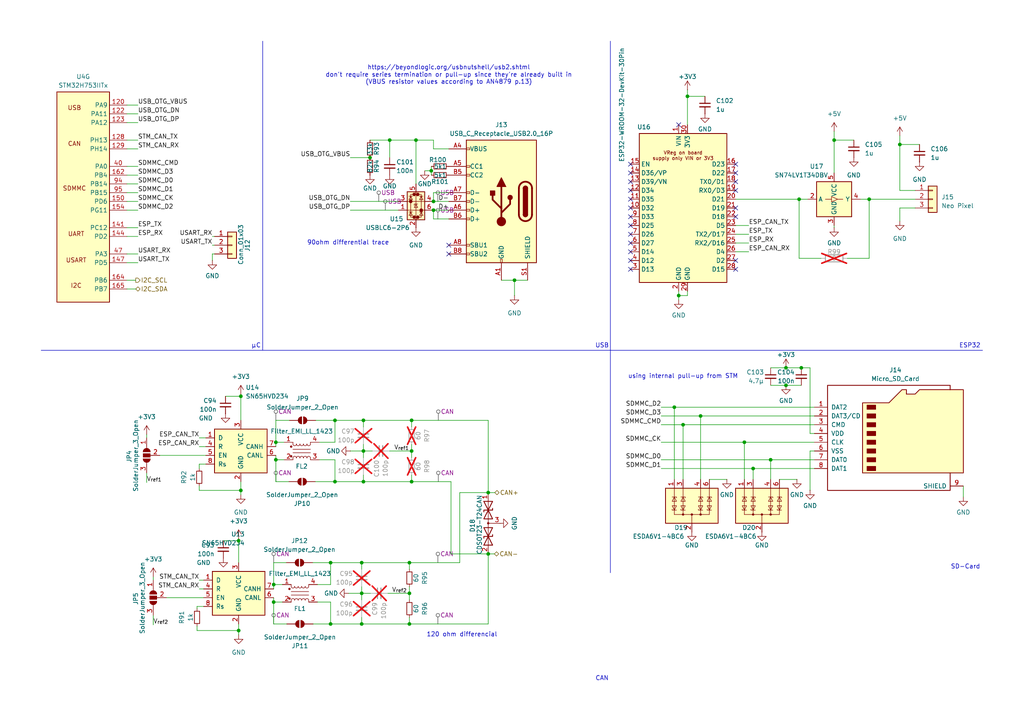
<source format=kicad_sch>
(kicad_sch
	(version 20250114)
	(generator "eeschema")
	(generator_version "9.0")
	(uuid "c61dd313-04ad-474f-9718-66b9bce07315")
	(paper "A4")
	
	(text "USB"
		(exclude_from_sim no)
		(at 174.625 100.33 0)
		(effects
			(font
				(size 1.27 1.27)
			)
		)
		(uuid "030ac795-edf5-444d-9323-762df8451be4")
	)
	(text "SD-Card"
		(exclude_from_sim no)
		(at 280.035 164.465 0)
		(effects
			(font
				(size 1.27 1.27)
			)
		)
		(uuid "05828fab-2d04-4397-b843-7a8ebdd025b6")
	)
	(text "don't require series termination or pull-up since they're already built in\n(VBUS resistor values according to AN4879 p.13)"
		(exclude_from_sim no)
		(at 130.175 22.86 0)
		(effects
			(font
				(size 1.27 1.27)
			)
		)
		(uuid "1055d774-b6a1-419a-b048-36be66eef259")
	)
	(text "µC"
		(exclude_from_sim no)
		(at 74.295 100.33 0)
		(effects
			(font
				(size 1.27 1.27)
			)
		)
		(uuid "116a24cc-e1f0-4e0d-bea5-abd9a8f91599")
	)
	(text "https://beyondlogic.org/usbnutshell/usb2.shtml"
		(exclude_from_sim no)
		(at 130.175 19.685 0)
		(effects
			(font
				(size 1.27 1.27)
			)
			(href "https://beyondlogic.org/usbnutshell/usb2.shtml")
		)
		(uuid "17aebb66-f36f-4773-91b3-aa6e98e3a3df")
	)
	(text "ESP32"
		(exclude_from_sim no)
		(at 281.305 100.33 0)
		(effects
			(font
				(size 1.27 1.27)
			)
		)
		(uuid "2f1a1088-c0ce-4de9-ae6e-34c8798ff98b")
	)
	(text "120 ohm differencial"
		(exclude_from_sim no)
		(at 133.985 184.15 0)
		(effects
			(font
				(size 1.27 1.27)
			)
		)
		(uuid "4ab289f3-a2e5-4552-b3b5-e0e2b8f15fd6")
	)
	(text "90ohm differential trace"
		(exclude_from_sim no)
		(at 100.965 70.485 0)
		(effects
			(font
				(size 1.27 1.27)
			)
		)
		(uuid "8714c186-ad4c-49a9-9de9-2e37164692f8")
	)
	(text "using internal pull-up from STM"
		(exclude_from_sim no)
		(at 198.12 109.22 0)
		(effects
			(font
				(size 1.27 1.27)
			)
		)
		(uuid "a2052886-6177-4247-95db-c4b735b95dd6")
	)
	(text "CAN"
		(exclude_from_sim no)
		(at 174.625 196.85 0)
		(effects
			(font
				(size 1.27 1.27)
			)
		)
		(uuid "aaa6aba1-4600-4726-ab41-4812b09f5f58")
	)
	(junction
		(at 231.775 57.785)
		(diameter 0)
		(color 0 0 0 0)
		(uuid "05cfbb34-84b8-41f9-b2c6-e5b00514da1d")
	)
	(junction
		(at 215.9 128.27)
		(diameter 0)
		(color 0 0 0 0)
		(uuid "0bbc3a19-37df-42ad-91f0-8540a0395fb7")
	)
	(junction
		(at 95.885 180.975)
		(diameter 0)
		(color 0 0 0 0)
		(uuid "121662c6-f441-46b5-af9e-cb6d7e3aa922")
	)
	(junction
		(at 227.965 106.68)
		(diameter 0)
		(color 0 0 0 0)
		(uuid "18ab2d23-28e9-4932-9559-08cfc3b6ac2c")
	)
	(junction
		(at 97.155 121.92)
		(diameter 0)
		(color 0 0 0 0)
		(uuid "24226c0e-30dd-4789-9108-91698935fef0")
	)
	(junction
		(at 232.41 106.68)
		(diameter 0)
		(color 0 0 0 0)
		(uuid "24fd9673-2273-4cc7-b851-95d6418ffacd")
	)
	(junction
		(at 118.745 180.975)
		(diameter 0)
		(color 0 0 0 0)
		(uuid "28a47998-b579-477b-8bd7-5184e4777d5e")
	)
	(junction
		(at 119.38 130.81)
		(diameter 0)
		(color 0 0 0 0)
		(uuid "3162dd44-bd73-462d-a1ba-3ec68e82b83a")
	)
	(junction
		(at 252.095 57.785)
		(diameter 0)
		(color 0 0 0 0)
		(uuid "318c4647-7bc1-4283-9b65-f73983dbd071")
	)
	(junction
		(at 149.225 81.28)
		(diameter 0)
		(color 0 0 0 0)
		(uuid "3c1013bf-bfba-435b-96c5-025b99d0e79f")
	)
	(junction
		(at 69.85 142.24)
		(diameter 0)
		(color 0 0 0 0)
		(uuid "3d875b4c-a7a5-4903-ad64-3ecea35d872b")
	)
	(junction
		(at 69.85 114.935)
		(diameter 0)
		(color 0 0 0 0)
		(uuid "41b0bad5-7e8d-4b02-8ba8-4522831df7e6")
	)
	(junction
		(at 107.315 45.72)
		(diameter 0)
		(color 0 0 0 0)
		(uuid "46e9cd3f-c4dc-4e06-874a-970861c8e4d0")
	)
	(junction
		(at 195.58 118.11)
		(diameter 0)
		(color 0 0 0 0)
		(uuid "483c68f8-8db5-413f-96da-d4c2dccc7777")
	)
	(junction
		(at 97.155 139.7)
		(diameter 0)
		(color 0 0 0 0)
		(uuid "4de50884-2adc-407d-ac7a-12385e7f5920")
	)
	(junction
		(at 69.215 182.88)
		(diameter 0)
		(color 0 0 0 0)
		(uuid "4dfb8dde-4cef-4814-89d9-dc2c67abc0ea")
	)
	(junction
		(at 218.44 135.89)
		(diameter 0)
		(color 0 0 0 0)
		(uuid "50b25640-4ca4-435d-9ca2-96918ac454bf")
	)
	(junction
		(at 198.12 123.19)
		(diameter 0)
		(color 0 0 0 0)
		(uuid "52bd35f7-90f4-444f-80c2-b19c5579d427")
	)
	(junction
		(at 104.902 163.195)
		(diameter 0)
		(color 0 0 0 0)
		(uuid "53b32a67-343e-432d-9256-006aedde493b")
	)
	(junction
		(at 79.375 169.545)
		(diameter 0)
		(color 0 0 0 0)
		(uuid "69c14718-5f5a-48fe-9bea-24f4039ea99d")
	)
	(junction
		(at 119.38 139.7)
		(diameter 0)
		(color 0 0 0 0)
		(uuid "6c0e76a3-6aad-4fb4-a948-d5eac4447136")
	)
	(junction
		(at 105.41 121.92)
		(diameter 0)
		(color 0 0 0 0)
		(uuid "7481ae21-ea6c-45fa-90b7-25db4fcacac0")
	)
	(junction
		(at 125.73 60.96)
		(diameter 0)
		(color 0 0 0 0)
		(uuid "76eb61ee-a5dc-435a-8704-218432069d76")
	)
	(junction
		(at 141.605 142.875)
		(diameter 0)
		(color 0 0 0 0)
		(uuid "78419faa-8b8a-4799-a805-53fabf84b59f")
	)
	(junction
		(at 227.965 111.76)
		(diameter 0)
		(color 0 0 0 0)
		(uuid "7b77a6c7-da0a-42bd-826a-b38b72133772")
	)
	(junction
		(at 69.215 156.845)
		(diameter 0)
		(color 0 0 0 0)
		(uuid "7c2aa378-d994-4cbb-a7fd-662b6a6dbd3e")
	)
	(junction
		(at 223.52 133.35)
		(diameter 0)
		(color 0 0 0 0)
		(uuid "83a97a6e-f8be-41f0-8991-cb39de58c4f2")
	)
	(junction
		(at 199.39 27.94)
		(diameter 0)
		(color 0 0 0 0)
		(uuid "8a2ddf5a-e56d-4ddb-b3a7-3ce78fdb1ea7")
	)
	(junction
		(at 104.902 180.975)
		(diameter 0)
		(color 0 0 0 0)
		(uuid "8c902d7a-9a97-4247-a024-6511c85f57b0")
	)
	(junction
		(at 119.38 121.92)
		(diameter 0)
		(color 0 0 0 0)
		(uuid "9727df9d-30c2-4d31-a4a4-c18de4a38ffd")
	)
	(junction
		(at 141.605 160.655)
		(diameter 0)
		(color 0 0 0 0)
		(uuid "9b258187-c52a-4e59-8789-b7ac6ed5dc99")
	)
	(junction
		(at 104.902 172.085)
		(diameter 0)
		(color 0 0 0 0)
		(uuid "9cc87ece-ed33-40de-966c-51c2001dc894")
	)
	(junction
		(at 105.41 130.81)
		(diameter 0)
		(color 0 0 0 0)
		(uuid "9cdc856e-55bf-4f24-8496-a3f3c835efb4")
	)
	(junction
		(at 120.65 40.64)
		(diameter 0)
		(color 0 0 0 0)
		(uuid "9ea8c7a2-1503-4324-bc92-c95e051488ac")
	)
	(junction
		(at 203.2 120.65)
		(diameter 0)
		(color 0 0 0 0)
		(uuid "a030d523-f685-498c-a6ce-88394aca3cb6")
	)
	(junction
		(at 80.01 128.27)
		(diameter 0)
		(color 0 0 0 0)
		(uuid "a6aef037-d97d-4fb3-8781-e2a00a5d86dc")
	)
	(junction
		(at 80.01 133.35)
		(diameter 0)
		(color 0 0 0 0)
		(uuid "b219aab6-b4aa-43ff-9427-b9d5ae934431")
	)
	(junction
		(at 118.745 163.195)
		(diameter 0)
		(color 0 0 0 0)
		(uuid "b60abf17-3e74-47af-a488-26c720dd0b0f")
	)
	(junction
		(at 118.745 172.085)
		(diameter 0)
		(color 0 0 0 0)
		(uuid "b6c8fd7b-67f5-4777-9880-dd70ef3914a0")
	)
	(junction
		(at 95.885 163.195)
		(diameter 0)
		(color 0 0 0 0)
		(uuid "baaed1c5-810f-4264-aa33-4da455fc9620")
	)
	(junction
		(at 196.85 85.725)
		(diameter 0)
		(color 0 0 0 0)
		(uuid "cee00a16-43e6-4734-87be-e840da75aabc")
	)
	(junction
		(at 105.41 139.7)
		(diameter 0)
		(color 0 0 0 0)
		(uuid "cf065f4e-64c6-411f-9278-3cbeff3ad8fd")
	)
	(junction
		(at 125.095 49.53)
		(diameter 0)
		(color 0 0 0 0)
		(uuid "d302f7ee-d45d-43f0-9f1f-85368a116229")
	)
	(junction
		(at 79.375 174.625)
		(diameter 0)
		(color 0 0 0 0)
		(uuid "dd4bb7d2-64bd-48a6-9cdc-02ce9bc9b838")
	)
	(junction
		(at 260.985 41.91)
		(diameter 0)
		(color 0 0 0 0)
		(uuid "e4280f40-0a8b-46b8-8a3f-bdc2bbc7d561")
	)
	(junction
		(at 241.935 40.64)
		(diameter 0)
		(color 0 0 0 0)
		(uuid "e66e4697-c658-4daa-8505-29693d7c6fa8")
	)
	(junction
		(at 125.73 58.42)
		(diameter 0)
		(color 0 0 0 0)
		(uuid "e8da3965-6ebf-4303-bffa-5c0b2fe16f2a")
	)
	(junction
		(at 113.03 40.64)
		(diameter 0)
		(color 0 0 0 0)
		(uuid "eef95e3a-9baf-4512-9c0f-0fb5481cc6c4")
	)
	(no_connect
		(at 182.88 73.025)
		(uuid "0f78565a-9a79-4977-842d-db81c2f3a858")
	)
	(no_connect
		(at 182.88 55.245)
		(uuid "1635493b-c0b0-4b22-91c0-dd20f89d28d6")
	)
	(no_connect
		(at 182.88 57.785)
		(uuid "2cd37b9b-1e16-4721-baaf-0f02fff9ee15")
	)
	(no_connect
		(at 213.36 47.625)
		(uuid "2e298096-7ace-418c-89a7-3d43d6bed0db")
	)
	(no_connect
		(at 182.88 60.325)
		(uuid "3bc25636-dee2-443e-8ccb-a980f456ac63")
	)
	(no_connect
		(at 182.88 50.165)
		(uuid "43d8676e-50c6-4697-acd1-a078ec396d67")
	)
	(no_connect
		(at 182.88 65.405)
		(uuid "4a7c660c-ecc7-4617-8099-7833ce97674f")
	)
	(no_connect
		(at 182.88 47.625)
		(uuid "5a25121c-a1f8-402a-a503-9b4b6773db57")
	)
	(no_connect
		(at 196.85 36.195)
		(uuid "5c9306cf-381b-4d82-8a3a-52bc964f2a36")
	)
	(no_connect
		(at 213.36 52.705)
		(uuid "5c964bdf-2ed2-4eef-b541-8ce09ccb6359")
	)
	(no_connect
		(at 182.88 78.105)
		(uuid "5cab31a6-586b-4cbb-8e74-6785a73b7287")
	)
	(no_connect
		(at 213.36 75.565)
		(uuid "627c0ac6-463b-4d74-9056-912f48f57f8c")
	)
	(no_connect
		(at 182.88 67.945)
		(uuid "662f2eb1-7541-4b5a-9b3e-348e11036abd")
	)
	(no_connect
		(at 182.88 52.705)
		(uuid "73269fd7-c364-4aef-a8b5-a2eabdfa97a8")
	)
	(no_connect
		(at 213.36 60.325)
		(uuid "797e1eed-a489-45da-8c0f-184fc597169c")
	)
	(no_connect
		(at 182.88 75.565)
		(uuid "8365a6d4-6d29-461b-904c-0324ca06fc5a")
	)
	(no_connect
		(at 182.88 62.865)
		(uuid "8ac847d1-9069-40ae-a3f2-d3aed782fb55")
	)
	(no_connect
		(at 213.36 78.105)
		(uuid "8f56c4af-52dc-4612-9881-b40f131d9649")
	)
	(no_connect
		(at 213.36 50.165)
		(uuid "b938ea39-6292-4387-8cd7-875c20a9d49a")
	)
	(no_connect
		(at 130.175 71.12)
		(uuid "d7064c93-16c6-497d-859a-7b410a29e175")
	)
	(no_connect
		(at 213.36 55.245)
		(uuid "da2de24c-d775-46ec-8771-ff0ede014a17")
	)
	(no_connect
		(at 130.175 73.66)
		(uuid "e5cfba84-9aae-4335-81b2-f9420a56298e")
	)
	(no_connect
		(at 182.88 70.485)
		(uuid "e700e196-44ff-4ef8-a8e9-38a5e666b895")
	)
	(no_connect
		(at 213.36 62.865)
		(uuid "ffc9674a-9076-447f-ba67-71a5716efeb9")
	)
	(wire
		(pts
			(xy 198.12 123.19) (xy 198.12 139.065)
		)
		(stroke
			(width 0)
			(type default)
		)
		(uuid "0126e725-cd4a-43de-a635-49074d4eee16")
	)
	(wire
		(pts
			(xy 113.03 40.64) (xy 120.65 40.64)
		)
		(stroke
			(width 0)
			(type default)
		)
		(uuid "03b6b96d-d108-4c6b-b2b6-d370d0813a07")
	)
	(wire
		(pts
			(xy 40.005 53.34) (xy 36.83 53.34)
		)
		(stroke
			(width 0)
			(type default)
		)
		(uuid "069c83cc-66af-4239-a3f2-6fc7c9797843")
	)
	(wire
		(pts
			(xy 227.965 106.68) (xy 232.41 106.68)
		)
		(stroke
			(width 0)
			(type default)
		)
		(uuid "0720b77c-06ec-4ddc-af8a-933409149d5c")
	)
	(wire
		(pts
			(xy 252.095 57.785) (xy 252.095 74.93)
		)
		(stroke
			(width 0)
			(type default)
		)
		(uuid "07821e1a-6081-4b53-af8d-3407e5dfe479")
	)
	(wire
		(pts
			(xy 95.885 174.625) (xy 95.885 180.975)
		)
		(stroke
			(width 0)
			(type default)
		)
		(uuid "07b7ef48-98f5-4f9c-8c83-e93a23111e86")
	)
	(wire
		(pts
			(xy 217.17 65.405) (xy 213.36 65.405)
		)
		(stroke
			(width 0)
			(type default)
		)
		(uuid "08072ded-74bf-4b0b-806c-19444be54a5d")
	)
	(wire
		(pts
			(xy 101.6 58.42) (xy 115.57 58.42)
		)
		(stroke
			(width 0)
			(type default)
		)
		(uuid "082fce0a-328f-4c33-b82d-f736243226bd")
	)
	(wire
		(pts
			(xy 141.605 142.875) (xy 143.51 142.875)
		)
		(stroke
			(width 0)
			(type default)
		)
		(uuid "0976d74e-9b3d-41ca-b7c8-c4c7ca546316")
	)
	(wire
		(pts
			(xy 125.095 49.53) (xy 125.095 50.8)
		)
		(stroke
			(width 0)
			(type default)
		)
		(uuid "0ea0bb12-e71d-4036-85a4-6c19fe123590")
	)
	(wire
		(pts
			(xy 80.01 133.35) (xy 80.01 132.08)
		)
		(stroke
			(width 0)
			(type default)
		)
		(uuid "0eb24822-65ba-4fcc-a791-110a601cab9c")
	)
	(wire
		(pts
			(xy 241.935 40.64) (xy 247.65 40.64)
		)
		(stroke
			(width 0)
			(type default)
		)
		(uuid "0ec11d76-de2c-47d9-b68b-71e96f39e5f7")
	)
	(wire
		(pts
			(xy 36.83 55.88) (xy 40.005 55.88)
		)
		(stroke
			(width 0)
			(type default)
		)
		(uuid "0f23c12c-ee24-49ec-857a-7c94676913f0")
	)
	(wire
		(pts
			(xy 113.03 40.64) (xy 113.03 45.72)
		)
		(stroke
			(width 0)
			(type default)
		)
		(uuid "0f360adf-082b-43ce-b071-56ba3d6d1ff9")
	)
	(wire
		(pts
			(xy 223.52 133.35) (xy 236.22 133.35)
		)
		(stroke
			(width 0)
			(type default)
		)
		(uuid "0fe1c355-612f-4426-80ff-01e842356dec")
	)
	(wire
		(pts
			(xy 199.39 27.94) (xy 199.39 36.195)
		)
		(stroke
			(width 0)
			(type default)
		)
		(uuid "11371f3a-622b-4d06-958d-0de2e3aefad4")
	)
	(wire
		(pts
			(xy 44.45 178.435) (xy 44.45 181.229)
		)
		(stroke
			(width 0)
			(type default)
		)
		(uuid "1191196b-173d-4dee-bb6d-b29a4d435163")
	)
	(wire
		(pts
			(xy 260.985 41.91) (xy 260.985 55.245)
		)
		(stroke
			(width 0)
			(type default)
		)
		(uuid "11fcf8a6-a9da-4e10-b537-040a5f04eac6")
	)
	(wire
		(pts
			(xy 92.075 169.545) (xy 95.885 169.545)
		)
		(stroke
			(width 0)
			(type default)
		)
		(uuid "1255d5b2-c80c-45ce-8562-7f9325184eb2")
	)
	(wire
		(pts
			(xy 79.375 163.195) (xy 83.058 163.195)
		)
		(stroke
			(width 0)
			(type default)
		)
		(uuid "14b2c893-06f3-430f-ad13-6dac64526d2b")
	)
	(wire
		(pts
			(xy 119.38 121.92) (xy 141.605 121.92)
		)
		(stroke
			(width 0)
			(type default)
		)
		(uuid "16abee5d-4262-4bfd-ba27-099017bd3c89")
	)
	(wire
		(pts
			(xy 199.39 85.725) (xy 199.39 84.455)
		)
		(stroke
			(width 0)
			(type default)
		)
		(uuid "175d1789-0795-45ea-bebd-00c51a23ce0a")
	)
	(wire
		(pts
			(xy 191.77 133.35) (xy 223.52 133.35)
		)
		(stroke
			(width 0)
			(type default)
		)
		(uuid "1771b8ef-8c2d-4dbc-bfd3-902fd9585271")
	)
	(wire
		(pts
			(xy 61.595 73.66) (xy 61.595 75.565)
		)
		(stroke
			(width 0)
			(type default)
		)
		(uuid "1851c3fc-c833-4316-939d-3a55a4935065")
	)
	(wire
		(pts
			(xy 61.595 71.12) (xy 62.23 71.12)
		)
		(stroke
			(width 0)
			(type default)
		)
		(uuid "18ab3ef7-d310-4dfe-9bd7-87f1a836a671")
	)
	(wire
		(pts
			(xy 36.83 33.02) (xy 40.005 33.02)
		)
		(stroke
			(width 0)
			(type default)
		)
		(uuid "1b135d7b-8f10-4d19-9a19-146ba9d74198")
	)
	(wire
		(pts
			(xy 112.522 172.085) (xy 118.745 172.085)
		)
		(stroke
			(width 0)
			(type default)
		)
		(uuid "1c380b4c-4cae-4aa6-b682-a869ce94709e")
	)
	(wire
		(pts
			(xy 69.85 114.3) (xy 69.85 114.935)
		)
		(stroke
			(width 0)
			(type default)
		)
		(uuid "1e2b6175-d853-4821-ba74-1f24382ec349")
	)
	(wire
		(pts
			(xy 141.605 160.655) (xy 143.383 160.655)
		)
		(stroke
			(width 0)
			(type default)
		)
		(uuid "1e49323a-709d-4571-b794-04e3557a6f2a")
	)
	(wire
		(pts
			(xy 105.41 121.92) (xy 119.38 121.92)
		)
		(stroke
			(width 0)
			(type default)
		)
		(uuid "1ecee70f-1b0e-4963-98bb-53f91fcf7497")
	)
	(wire
		(pts
			(xy 118.745 170.18) (xy 118.745 172.085)
		)
		(stroke
			(width 0)
			(type default)
		)
		(uuid "216a5d0c-6bc2-4d57-bfc1-a0137443fd45")
	)
	(wire
		(pts
			(xy 125.73 55.88) (xy 130.175 55.88)
		)
		(stroke
			(width 0)
			(type default)
		)
		(uuid "21acc590-ee7c-4d1e-8e1e-92f9f843d3c0")
	)
	(wire
		(pts
			(xy 36.83 60.96) (xy 40.005 60.96)
		)
		(stroke
			(width 0)
			(type default)
		)
		(uuid "2201ad5c-2ea0-4a84-9169-84f97ac3d850")
	)
	(wire
		(pts
			(xy 91.567 121.92) (xy 97.155 121.92)
		)
		(stroke
			(width 0)
			(type default)
		)
		(uuid "2354fae3-cfe1-4b3a-ab7b-5be6d22d64ee")
	)
	(wire
		(pts
			(xy 125.73 60.96) (xy 130.175 60.96)
		)
		(stroke
			(width 0)
			(type default)
		)
		(uuid "23e71670-b058-4e01-a066-4bf14b43a603")
	)
	(wire
		(pts
			(xy 118.745 172.085) (xy 118.745 173.99)
		)
		(stroke
			(width 0)
			(type default)
		)
		(uuid "25fcae18-2fce-4a2e-b99e-14db92c22b5a")
	)
	(wire
		(pts
			(xy 133.35 142.875) (xy 141.605 142.875)
		)
		(stroke
			(width 0)
			(type default)
		)
		(uuid "27d7ae8c-7eae-4f28-bd8f-3df57c79cc78")
	)
	(wire
		(pts
			(xy 217.17 73.025) (xy 213.36 73.025)
		)
		(stroke
			(width 0)
			(type default)
		)
		(uuid "29423af5-f664-45ad-bb1e-0735e38873c2")
	)
	(wire
		(pts
			(xy 118.745 163.195) (xy 133.35 163.195)
		)
		(stroke
			(width 0)
			(type default)
		)
		(uuid "2d763691-facb-4f15-9e9f-59c2b2d09226")
	)
	(wire
		(pts
			(xy 40.005 30.48) (xy 36.83 30.48)
		)
		(stroke
			(width 0)
			(type default)
		)
		(uuid "2e6d5f7d-e2c5-4fff-9ab8-ff9e5059fed6")
	)
	(wire
		(pts
			(xy 238.125 74.93) (xy 231.775 74.93)
		)
		(stroke
			(width 0)
			(type default)
		)
		(uuid "2fa12003-ea95-4a7e-a7b4-8f6dd8428bb3")
	)
	(wire
		(pts
			(xy 44.45 167.259) (xy 44.45 168.275)
		)
		(stroke
			(width 0)
			(type default)
		)
		(uuid "2fe633c0-4d3d-40d2-b66e-9c920b1c7a86")
	)
	(wire
		(pts
			(xy 218.44 139.065) (xy 218.44 135.89)
		)
		(stroke
			(width 0)
			(type default)
		)
		(uuid "3173a2ad-906e-47f8-a364-fc370f3c628a")
	)
	(wire
		(pts
			(xy 145.415 151.765) (xy 144.78 151.765)
		)
		(stroke
			(width 0)
			(type default)
		)
		(uuid "31a4bbdf
... [150198 chars truncated]
</source>
